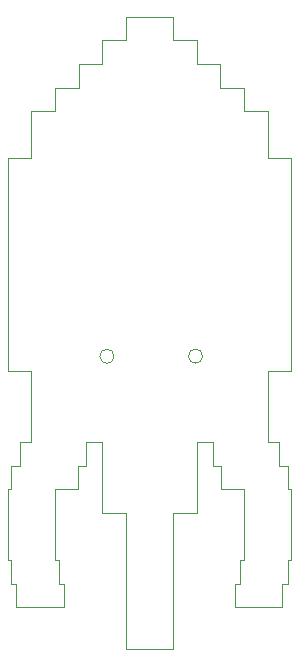
<source format=gm1>
G04 #@! TF.GenerationSoftware,KiCad,Pcbnew,(5.99.0-7130-gf32f8f566)*
G04 #@! TF.CreationDate,2020-11-25T00:50:19+01:00*
G04 #@! TF.ProjectId,FairyDustPin,46616972-7944-4757-9374-50696e2e6b69,rev?*
G04 #@! TF.SameCoordinates,Original*
G04 #@! TF.FileFunction,Profile,NP*
%FSLAX46Y46*%
G04 Gerber Fmt 4.6, Leading zero omitted, Abs format (unit mm)*
G04 Created by KiCad (PCBNEW (5.99.0-7130-gf32f8f566)) date 2020-11-25 00:50:19*
%MOMM*%
%LPD*%
G01*
G04 APERTURE LIST*
G04 #@! TA.AperFunction,Profile*
%ADD10C,0.100000*%
G04 #@! TD*
G04 APERTURE END LIST*
D10*
X93999993Y-108250010D02*
X93999993Y-106250003D01*
X93999993Y-70250004D02*
X91999986Y-70250004D01*
X96046100Y-106250003D02*
X96046100Y-108250010D01*
X78000001Y-94250003D02*
X78000001Y-96250010D01*
X99999993Y-102250010D02*
X99999993Y-100250003D01*
X102000000Y-94250003D02*
X102000000Y-92249996D01*
X81999993Y-110249996D02*
X81999993Y-108250010D01*
X97999986Y-112250003D02*
X97999986Y-114250010D01*
X81999993Y-76250004D02*
X79999986Y-76250004D01*
X102000000Y-98249996D02*
X102000000Y-96250010D01*
X85999986Y-108250010D02*
X85999986Y-110249996D01*
X85999986Y-70250004D02*
X85999986Y-72250011D01*
X101693322Y-116249995D02*
X101693322Y-114250010D01*
X78306657Y-116249995D02*
X78742225Y-116249995D01*
X101693322Y-108250010D02*
X101693322Y-106250003D01*
X102000000Y-92249996D02*
X102000000Y-90250010D01*
X101257776Y-118250003D02*
X101257776Y-116249995D01*
X79999986Y-102250010D02*
X79999986Y-104249996D01*
X102000000Y-80249996D02*
X99999993Y-80249996D01*
X96000000Y-72250011D02*
X93999993Y-72250011D01*
X96046100Y-108250010D02*
X97693329Y-108250010D01*
X97693329Y-114250010D02*
X97693329Y-116249995D01*
X91999986Y-119749997D02*
X91999986Y-118250003D01*
X84647205Y-106250003D02*
X84647205Y-104249996D01*
X99999993Y-100250003D02*
X99999993Y-98249996D01*
X79999986Y-100250003D02*
X79999986Y-102250010D01*
X91999986Y-110249996D02*
X93999993Y-110249996D01*
X78000001Y-96250010D02*
X78000001Y-98249996D01*
X85999986Y-104249996D02*
X85999986Y-106250003D01*
X82742218Y-118250003D02*
X82742218Y-116249995D01*
X87999993Y-118250003D02*
X87999993Y-119749997D01*
X78000001Y-92249996D02*
X78000001Y-94250003D01*
X90000000Y-121750004D02*
X91999986Y-121750004D01*
X87999993Y-70250004D02*
X85999986Y-70250004D01*
X102000000Y-84250011D02*
X102000000Y-82250004D01*
X78000001Y-108250010D02*
X78000001Y-110249996D01*
X82306650Y-116249995D02*
X82306650Y-114250010D01*
X96000000Y-74249997D02*
X96000000Y-72250011D01*
X78742225Y-116249995D02*
X78742225Y-118250003D01*
X82306650Y-108250010D02*
X83953879Y-108250010D01*
X79999986Y-104249996D02*
X78999983Y-104249996D01*
X99999993Y-76250004D02*
X97999986Y-76250004D01*
X78000001Y-110249996D02*
X78000001Y-112250003D01*
X97999986Y-108250010D02*
X97999986Y-110249996D01*
X87999993Y-114250010D02*
X87999993Y-116249995D01*
X99999993Y-98249996D02*
X102000000Y-98249996D01*
X85999986Y-110249996D02*
X87999993Y-110249996D01*
X93999993Y-104249996D02*
X95352774Y-104249996D01*
X79999986Y-98249996D02*
X79999986Y-100250003D01*
X85999986Y-106250003D02*
X85999986Y-108250010D01*
X79999986Y-80249996D02*
X78000001Y-80249996D01*
X79999986Y-76250004D02*
X79999986Y-78250011D01*
X78000001Y-90250010D02*
X78000001Y-92249996D01*
X79999986Y-78250011D02*
X79999986Y-80249996D01*
X102000000Y-112250003D02*
X102000000Y-110249996D01*
X87999993Y-120250010D02*
X87999993Y-121750004D01*
X99999993Y-80249996D02*
X99999993Y-78250011D01*
X78000001Y-114250010D02*
X78306657Y-114250010D01*
X78306657Y-114250010D02*
X78306657Y-116249995D01*
X101693322Y-114250010D02*
X102000000Y-114250010D01*
X93999993Y-110249996D02*
X93999993Y-108250010D01*
X84000000Y-72250011D02*
X84000000Y-74249997D01*
X78999983Y-104249996D02*
X78999983Y-106250003D01*
X91999986Y-112250003D02*
X91999986Y-110249996D01*
X93999993Y-106250003D02*
X93999993Y-104249996D01*
X97999986Y-114250010D02*
X97693329Y-114250010D01*
X84000000Y-74249997D02*
X81999993Y-74249997D01*
X78000001Y-88250003D02*
X78000001Y-90250010D01*
X102000000Y-114250010D02*
X102000000Y-112250003D01*
X95352774Y-104249996D02*
X95352774Y-106250003D01*
X91999986Y-70250004D02*
X91999986Y-68249997D01*
X91999986Y-116249995D02*
X91999986Y-114250010D01*
X81999993Y-74249997D02*
X81999993Y-76250004D01*
X101693322Y-106250003D02*
X100999996Y-106250003D01*
X78000001Y-112250003D02*
X78000001Y-114250010D01*
X87999993Y-119749997D02*
X87999993Y-120250010D01*
X102000000Y-108250010D02*
X101693322Y-108250010D01*
X102000000Y-86249996D02*
X102000000Y-84250011D01*
X78306657Y-108250010D02*
X78000001Y-108250010D01*
X91999986Y-120250010D02*
X91999986Y-119749997D01*
X78306657Y-106250003D02*
X78306657Y-108250010D01*
X78000001Y-82250004D02*
X78000001Y-84250011D01*
X87999993Y-68249997D02*
X87999993Y-70250004D01*
X102000000Y-88250003D02*
X102000000Y-86249996D01*
X90000000Y-68249997D02*
X87999993Y-68249997D01*
X97999986Y-110249996D02*
X97999986Y-112250003D01*
X78742225Y-118250003D02*
X80742210Y-118250003D01*
X102000000Y-110249996D02*
X102000000Y-108250010D01*
X87999993Y-116249995D02*
X87999993Y-118250003D01*
X102000000Y-90250010D02*
X102000000Y-88250003D01*
X102000000Y-96250010D02*
X102000000Y-94250003D01*
X99999993Y-78250011D02*
X99999993Y-76250004D01*
X100999996Y-104249996D02*
X99999993Y-104249996D01*
X81999993Y-112250003D02*
X81999993Y-110249996D01*
X81999993Y-114250010D02*
X81999993Y-112250003D01*
X91999986Y-68249997D02*
X90000000Y-68249997D01*
X97693329Y-116249995D02*
X97257761Y-116249995D01*
X100999996Y-106250003D02*
X100999996Y-104249996D01*
X81999993Y-108250010D02*
X82306650Y-108250010D01*
X97693329Y-108250010D02*
X97999986Y-108250010D01*
X82742218Y-116249995D02*
X82306650Y-116249995D01*
X91999986Y-118250003D02*
X91999986Y-116249995D01*
X82306650Y-114250010D02*
X81999993Y-114250010D01*
X87999993Y-112250003D02*
X87999993Y-114250010D01*
X78000001Y-84250011D02*
X78000001Y-86249996D01*
X85999986Y-72250011D02*
X84000000Y-72250011D01*
X87999993Y-110249996D02*
X87999993Y-112250003D01*
X102000000Y-82250004D02*
X102000000Y-80249996D01*
X99257769Y-118250003D02*
X101257776Y-118250003D01*
X78999983Y-106250003D02*
X78306657Y-106250003D01*
X78000001Y-98249996D02*
X79999986Y-98249996D01*
X78000001Y-86249996D02*
X78000001Y-88250003D01*
X78000001Y-80249996D02*
X78000001Y-82250004D01*
X95352774Y-106250003D02*
X96046100Y-106250003D01*
X87999993Y-121750004D02*
X90000000Y-121750004D01*
X97999986Y-74249997D02*
X96000000Y-74249997D01*
X101257776Y-116249995D02*
X101693322Y-116249995D01*
X97999986Y-76250004D02*
X97999986Y-74249997D01*
X97257761Y-118250003D02*
X99257769Y-118250003D01*
X83953879Y-108250010D02*
X83953879Y-106250003D01*
X91999986Y-121750004D02*
X91999986Y-120250010D01*
X91999986Y-114250010D02*
X91999986Y-112250003D01*
X97257761Y-116249995D02*
X97257761Y-118250003D01*
X93999993Y-72250011D02*
X93999993Y-70250004D01*
X99999993Y-104249996D02*
X99999993Y-102250010D01*
X80742210Y-118250003D02*
X82742218Y-118250003D01*
X84647205Y-104249996D02*
X85999986Y-104249996D01*
X83953879Y-106250003D02*
X84647205Y-106250003D01*
G04 #@! TO.C,BT1*
X87000000Y-97000000D02*
G75*
G03*
X87000000Y-97000000I-600000J0D01*
G01*
X94500000Y-97000000D02*
G75*
G03*
X94500000Y-97000000I-600000J0D01*
G01*
G04 #@! TD*
M02*

</source>
